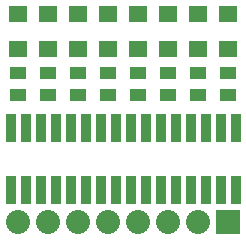
<source format=gts>
G75*
G70*
%OFA0B0*%
%FSLAX24Y24*%
%IPPOS*%
%LPD*%
%AMOC8*
5,1,8,0,0,1.08239X$1,22.5*
%
%ADD10R,0.0631X0.0552*%
%ADD11R,0.0552X0.0395*%
%ADD12R,0.0800X0.0800*%
%ADD13C,0.0800*%
%ADD14R,0.0320X0.0950*%
D10*
X000702Y007541D03*
X001702Y007541D03*
X002702Y007541D03*
X003702Y007541D03*
X004702Y007541D03*
X005702Y007541D03*
X006702Y007541D03*
X007702Y007541D03*
X007702Y008722D03*
X006702Y008722D03*
X005702Y008722D03*
X004702Y008722D03*
X003702Y008722D03*
X002702Y008722D03*
X001702Y008722D03*
X000702Y008722D03*
D11*
X000702Y006736D03*
X000702Y006027D03*
X001702Y006027D03*
X001702Y006736D03*
X002702Y006736D03*
X002702Y006027D03*
X003702Y006027D03*
X003702Y006736D03*
X004702Y006736D03*
X004702Y006027D03*
X005702Y006027D03*
X005702Y006736D03*
X006702Y006736D03*
X006702Y006027D03*
X007702Y006027D03*
X007702Y006736D03*
D12*
X007702Y001772D03*
D13*
X000702Y001772D03*
X001702Y001772D03*
X002702Y001772D03*
X003702Y001772D03*
X004702Y001772D03*
X005702Y001772D03*
X006702Y001772D03*
D14*
X006952Y002852D03*
X007452Y002852D03*
X007952Y002852D03*
X006452Y002852D03*
X005952Y002852D03*
X005452Y002852D03*
X004952Y002852D03*
X004452Y002852D03*
X003952Y002852D03*
X003452Y002852D03*
X002952Y002852D03*
X002452Y002852D03*
X001952Y002852D03*
X001452Y002852D03*
X000952Y002852D03*
X000452Y002852D03*
X000452Y004912D03*
X000952Y004912D03*
X001452Y004912D03*
X001952Y004912D03*
X002452Y004912D03*
X002952Y004912D03*
X003452Y004912D03*
X003952Y004912D03*
X004452Y004912D03*
X004952Y004912D03*
X005452Y004912D03*
X005952Y004912D03*
X006452Y004912D03*
X006952Y004912D03*
X007452Y004912D03*
X007952Y004912D03*
M02*

</source>
